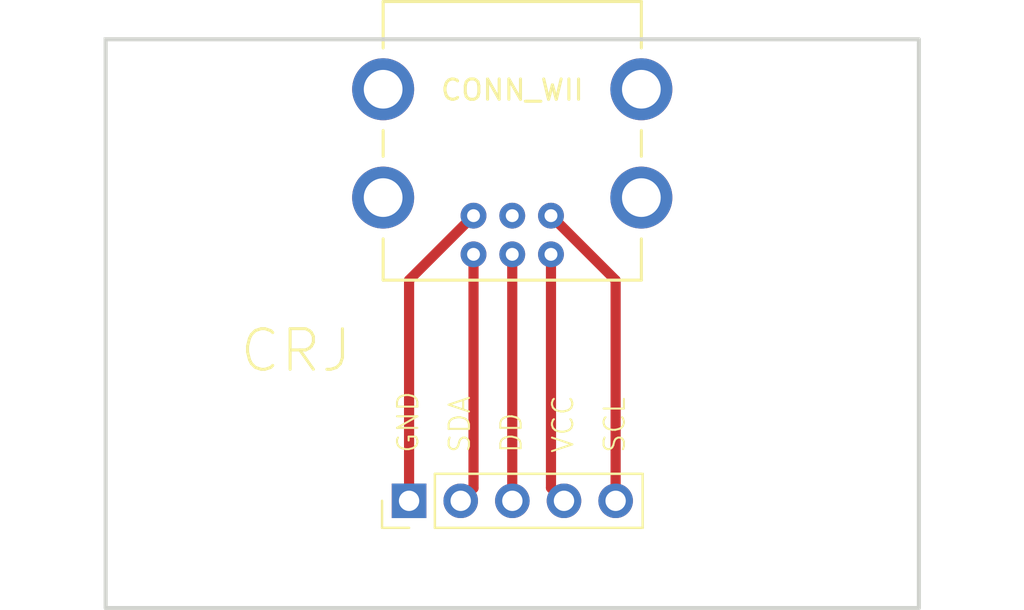
<source format=kicad_pcb>
(kicad_pcb (version 20241229) (generator "pcbnew") (generator_version "9.0")
  (layers (0 "F.Cu" signal) (2 "B.Cu" signal) (13 "F.Paste" user) (15 "B.Paste" user) (5 "F.SilkS" user "F.Silkscreen") (7 "B.SilkS" user "B.Silkscreen") (1 "F.Mask" user) (3 "B.Mask" user) (25 "Edge.Cuts" user))
  (net 0 "")
  (footprint "MountingHole:MountingHole_2.7mm_M2.5" (layer "F.Cu") (at 134 72)
    (property "Reference" "REF**" (hide yes))
    (property "Value" "MountingHole_2.7mm_M2.5")
    (pad "" np_thru_hole circle (at 0 0) (size 2.7 2.7) (drill 2.7) (layers "*.Cu" "*.Mask"))
  )
  (footprint "Connector_PinHeader_2.54mm:PinHeader_1x05_P2.54mm_Vertical" (layer "F.Cu") (at 113.925 72.7216 90)
    (property "Reference" "REF**" (hide yes))
    (property "Value" "PinHeader_1x05_P2.54mm_Vertical" (hide yes))
    (fp_line (start -1.33 -1.33) (end 0 -1.33) (stroke (width 0.12)) (layer "F.SilkS"))
    (fp_line (start -1.33 0) (end -1.33 -1.33) (stroke (width 0.12)) (layer "F.SilkS"))
    (fp_line (start 1.33 1.27) (end 1.33 11.49) (stroke (width 0.12)) (layer "F.SilkS"))
    (fp_line (start -1.33 1.27) (end 1.33 1.27) (stroke (width 0.12)) (layer "F.SilkS"))
    (fp_line (start -1.33 1.27) (end -1.33 11.49) (stroke (width 0.12)) (layer "F.SilkS"))
    (fp_line (start -1.33 11.49) (end 1.33 11.49) (stroke (width 0.12)) (layer "F.SilkS"))
    (pad "1" thru_hole rect (at 0 0 90) (size 1.7 1.7) (drill 1) (layers "*.Cu" "*.Mask"))
    (pad "2" thru_hole oval (at 0 2.54 90) (size 1.7 1.7) (drill 1) (layers "*.Cu" "*.Mask"))
    (pad "3" thru_hole oval (at 0 5.08 90) (size 1.7 1.7) (drill 1) (layers "*.Cu" "*.Mask"))
    (pad "4" thru_hole oval (at 0 7.62 90) (size 1.7 1.7) (drill 1) (layers "*.Cu" "*.Mask"))
    (pad "5" thru_hole oval (at 0 10.16 90) (size 1.7 1.7) (drill 1) (layers "*.Cu" "*.Mask"))
  )
  (footprint "MountingHole:MountingHole_2.7mm_M2.5" (layer "F.Cu") (at 104 55)
    (property "Reference" "REF**" (hide yes))
    (property "Value" "MountingHole_2.7mm_M2.5")
    (pad "" np_thru_hole circle (at 0 0) (size 2.7 2.7) (drill 2.7) (layers "*.Cu" "*.Mask"))
  )
  (footprint "MountingHole:MountingHole_2.7mm_M2.5" (layer "F.Cu") (at 104 72)
    (property "Reference" "REF**" (hide yes))
    (property "Value" "MountingHole_2.7mm_M2.5")
    (pad "" np_thru_hole circle (at 0 0) (size 2.7 2.7) (drill 2.7) (layers "*.Cu" "*.Mask"))
  )
  (footprint "MountingHole:MountingHole_2.7mm_M2.5" (layer "F.Cu") (at 134 55)
    (property "Reference" "REF**" (hide yes))
    (property "Value" "MountingHole_2.7mm_M2.5")
    (pad "" np_thru_hole circle (at 0 0) (size 2.7 2.7) (drill 2.7) (layers "*.Cu" "*.Mask"))
  )
  (footprint "Footprints_cez:CONN_WII" (layer "F.Cu") (at 119 55)
    (property "Reference" "P1" (hide yes))
    (property "Value" "CONN_WII" (at 0 -2.5 0) (layer "F.SilkS"))
    (fp_line (start -6.35 -6.858) (end 6.35 -6.858) (stroke (width 0.15)) (layer "F.SilkS"))
    (fp_line (start -6.35 -4.572) (end -6.35 -6.858) (stroke (width 0.15)) (layer "F.SilkS"))
    (fp_line (start -6.35 0.762) (end -6.35 -0.508) (stroke (width 0.15)) (layer "F.SilkS"))
    (fp_line (start -6.35 6.858) (end -6.35 4.826) (stroke (width 0.15)) (layer "F.SilkS"))
    (fp_line (start 6.35 -6.858) (end 6.35 -4.572) (stroke (width 0.15)) (layer "F.SilkS"))
    (fp_line (start 6.35 0.762) (end 6.35 -0.508) (stroke (width 0.15)) (layer "F.SilkS"))
    (fp_line (start 6.35 6.858) (end -6.35 6.858) (stroke (width 0.15)) (layer "F.SilkS"))
    (fp_line (start 6.35 6.858) (end 6.35 4.826) (stroke (width 0.15)) (layer "F.SilkS"))
    (pad "" thru_hole circle (at -6.35 -2.54) (size 3.048 3.048) (drill 1.905) (layers "*.Cu" "*.Mask"))
    (pad "" thru_hole circle (at -6.35 2.794) (size 3.048 3.048) (drill 1.905) (layers "*.Cu" "*.Mask"))
    (pad "" thru_hole circle (at 6.35 -2.54) (size 3.048 3.048) (drill 1.905) (layers "*.Cu" "*.Mask"))
    (pad "" thru_hole circle (at 6.35 2.794) (size 3.048 3.048) (drill 1.905) (layers "*.Cu" "*.Mask"))
    (pad "1" thru_hole circle (at 1.905 5.588) (size 1.27 1.27) (drill 0.635) (layers "*.Cu" "*.Mask"))
    (pad "2" thru_hole circle (at 1.905 3.683) (size 1.27 1.27) (drill 0.635) (layers "*.Cu" "*.Mask"))
    (pad "3" thru_hole circle (at 0 5.588) (size 1.27 1.27) (drill 0.635) (layers "*.Cu" "*.Mask"))
    (pad "4" thru_hole circle (at 0 3.683) (size 1.27 1.27) (drill 0.635) (layers "*.Cu" "*.Mask"))
    (pad "5" thru_hole circle (at -1.905 5.588) (size 1.27 1.27) (drill 0.635) (layers "*.Cu" "*.Mask"))
    (pad "6" thru_hole circle (at -1.905 3.683) (size 1.27 1.27) (drill 0.635) (layers "*.Cu" "*.Mask"))
  )
  (gr_rect (start 99 50) (end 139 78) (stroke (width 0.2)) (fill no) (layer "Edge.Cuts"))
  (gr_text "VCC" (at 122.0795 70.4356 90) (layer "F.SilkS") (effects (font (size 1 1) (thickness 0.1)) (justify left bottom)))
  (gr_text "CRJ" (at 105.5 66.5 0) (layer "F.SilkS") (effects (font (size 2 2)) (justify left bottom)))
  (gr_text "SDA" (at 116.9995 70.4356 90) (layer "F.SilkS") (effects (font (size 1 1) (thickness 0.1)) (justify left bottom)))
  (gr_text "SCL" (at 124.6195 70.4356 90) (layer "F.SilkS") (effects (font (size 1 1) (thickness 0.1)) (justify left bottom)))
  (gr_text "DD" (at 119.5395 70.4356 90) (layer "F.SilkS") (effects (font (size 1 1) (thickness 0.1)) (justify left bottom)))
  (gr_text "GND\n" (at 114.4595 70.4356 90) (layer "F.SilkS") (effects (font (size 1 1) (thickness 0.1)) (justify left bottom)))
  (segment (start 117.095 60.588) (end 117.095 72.0916) (width 0.5) (layer "F.Cu") (net 0))
  (segment (start 119 72.7166) (end 119.005 72.7216) (width 0.5) (layer "F.Cu") (net 0))
  (segment (start 113.925 61.853) (end 113.925 72.7216) (width 0.5) (layer "F.Cu") (net 0))
  (segment (start 120.905 60.588) (end 120.905 72.0816) (width 0.5) (layer "F.Cu") (net 0))
  (segment (start 120.905 72.0816) (end 121.545 72.7216) (width 0.5) (layer "F.Cu") (net 0))
  (segment (start 120.905 58.683) (end 124.085 61.863) (width 0.5) (layer "F.Cu") (net 0))
  (segment (start 119 60.588) (end 119 72.7166) (width 0.5) (layer "F.Cu") (net 0))
  (segment (start 117.095 72.0916) (end 116.465 72.7216) (width 0.5) (layer "F.Cu") (net 0))
  (segment (start 117.095 58.683) (end 113.925 61.853) (width 0.5) (layer "F.Cu") (net 0))
  (segment (start 124.085 61.863) (end 124.085 72.7216) (width 0.5) (layer "F.Cu") (net 0))
)
</source>
